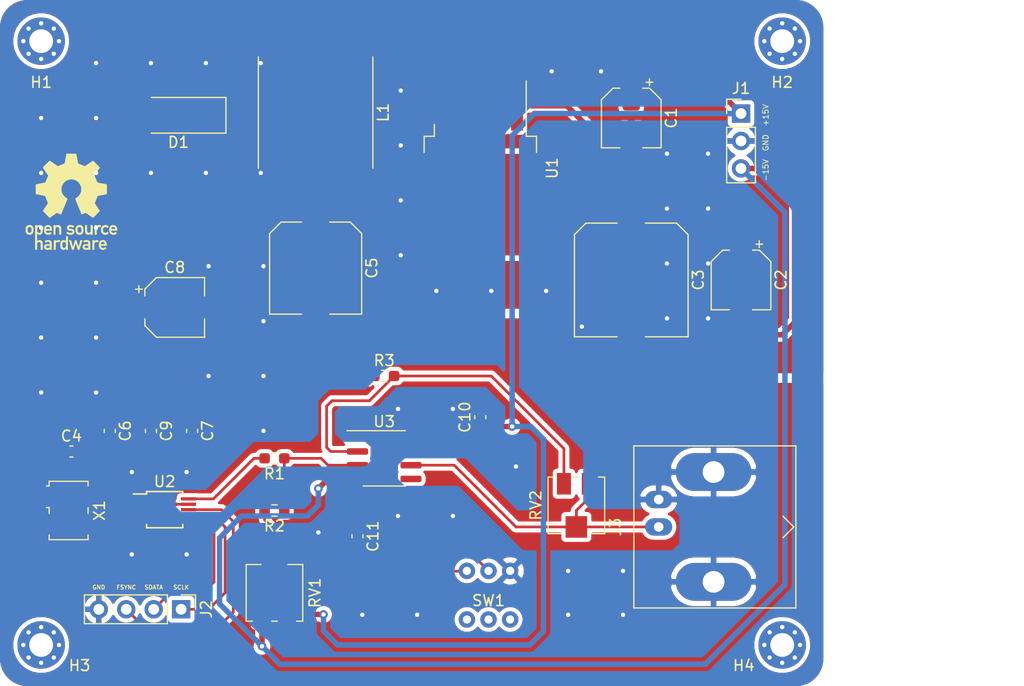
<source format=kicad_pcb>
(kicad_pcb (version 20171130) (host pcbnew 5.1.9)
  (layers (0 F.Cu signal) (31 B.Cu signal) (34 B.Paste user) (35 F.Paste user) (36 B.SilkS user) (37 F.SilkS user) (38 B.Mask user) (39 F.Mask user) (44 Edge.Cuts user))
  (net 0 "")
  (net 1 GND)
  (net 2 +15V)
  (net 3 -15V)
  (net 4 +5V)
  (net 5 "Net-(C6-Pad2)")
  (net 6 "Net-(D1-Pad1)")
  (net 7 /FSYNC)
  (net 8 /SDA)
  (net 9 /SCL)
  (net 10 "Net-(J3-Pad1)")
  (net 11 "Net-(R1-Pad2)")
  (net 12 "Net-(R1-Pad1)")
  (net 13 "Net-(R2-Pad2)")
  (net 14 "Net-(R3-Pad2)")
  (net 15 "Net-(RV1-Pad2)")
  (net 16 "Net-(U2-Pad5)")
  (net 17 +2V5)
  (module custom_lib:OS_Hardware (layer F.Cu) (at 82.804 69.469)
    (fp_text reference G*** hide)
    (fp_text value LOGO hide)
  )
  (module Capacitor_SMD:C_0603_1608Metric_Pad1.08x0.95mm_HandSolder (layer F.Cu) (at 82.804 92.583)
    (fp_text reference C4 (at 0 -1.43) (layer F.SilkS))
    (fp_text value 100nF)
    (pad 2 smd roundrect (at 0.8625 0) (size 1.075 0.95) (layers F.Cu F.Paste F.Mask) (net 17 +2V5))
    (pad 1 smd roundrect (at -0.8625 0) (size 1.075 0.95) (layers F.Cu F.Paste F.Mask) (net 1 GND))
  )
  (module custom_lib:XKB5858-Z (layer F.Cu) (at 121.412 105.882)
    (fp_text reference SW1 (at 0 0.5) (layer F.SilkS))
    (fp_text value Output)
    (pad 6 thru_hole circle (at 2 2.25) (size 1.524 1.524) (drill 0.762) (layers *.Cu *.Mask))
    (pad 5 thru_hole circle (at 0 2.25) (size 1.524 1.524) (drill 0.762) (layers *.Cu *.Mask))
    (pad 4 thru_hole circle (at -2 2.25) (size 1.524 1.524) (drill 0.762) (layers *.Cu *.Mask))
    (pad 3 thru_hole circle (at 2 -2.25) (size 1.524 1.524) (drill 0.762) (layers *.Cu *.Mask) (net 1 GND))
    (pad 2 thru_hole circle (at 0 -2.25) (size 1.524 1.524) (drill 0.762) (layers *.Cu *.Mask) (net 13 "Net-(R2-Pad2)"))
    (pad 1 thru_hole circle (at -2 -2.25) (size 1.524 1.524) (drill 0.762) (layers *.Cu *.Mask) (net 15 "Net-(RV1-Pad2)"))
  )
  (module Inductor_SMD:L_Taiyo-Yuden_NR-10050_9.8x10.0mm_HandSoldering (layer F.Cu) (at 105.41 61.214 270)
    (fp_text reference L1 (at 0 -6.25 90) (layer F.SilkS))
    (fp_text value 33uH)
    (pad 2 smd rect (at 4.7 0 270) (size 4 4.5) (layers F.Cu F.Paste F.Mask) (net 4 +5V))
    (pad 1 smd rect (at -4.7 0 270) (size 4 4.5) (layers F.Cu F.Paste F.Mask) (net 6 "Net-(D1-Pad1)"))
  )
  (module Diode_SMD:D_SMA_Handsoldering (layer F.Cu) (at 92.71 61.468 180)
    (fp_text reference D1 (at 0 -2.5) (layer F.SilkS))
    (fp_text value ES1J)
    (pad 2 smd rect (at 2.5 0 180) (size 3.5 1.8) (layers F.Cu F.Paste F.Mask) (net 1 GND))
    (pad 1 smd rect (at -2.5 0 180) (size 3.5 1.8) (layers F.Cu F.Paste F.Mask) (net 6 "Net-(D1-Pad1)"))
  )
  (module Package_SO:SOIC-8_3.9x4.9mm_P1.27mm (layer F.Cu) (at 111.76 93.218)
    (fp_text reference U3 (at 0 -3.4) (layer F.SilkS))
    (fp_text value OP07)
    (pad 8 smd roundrect (at 2.475 -1.905) (size 1.95 0.6) (layers F.Cu F.Paste F.Mask))
    (pad 7 smd roundrect (at 2.475 -0.635) (size 1.95 0.6) (layers F.Cu F.Paste F.Mask) (net 2 +15V))
    (pad 6 smd roundrect (at 2.475 0.635) (size 1.95 0.6) (layers F.Cu F.Paste F.Mask) (net 10 "Net-(J3-Pad1)"))
    (pad 5 smd roundrect (at 2.475 1.905) (size 1.95 0.6) (layers F.Cu F.Paste F.Mask))
    (pad 4 smd roundrect (at -2.475 1.905) (size 1.95 0.6) (layers F.Cu F.Paste F.Mask) (net 3 -15V))
    (pad 3 smd roundrect (at -2.475 0.635) (size 1.95 0.6) (layers F.Cu F.Paste F.Mask) (net 12 "Net-(R1-Pad1)"))
    (pad 2 smd roundrect (at -2.475 -0.635) (size 1.95 0.6) (layers F.Cu F.Paste F.Mask) (net 14 "Net-(R3-Pad2)"))
    (pad 1 smd roundrect (at -2.475 -1.905) (size 1.95 0.6) (layers F.Cu F.Paste F.Mask))
  )
  (module MountingHole:MountingHole_2.2mm_M2_Pad_Via (layer F.Cu) (at 148.59 110.49)
    (fp_text reference H4 (at -3.556 1.905) (layer F.SilkS))
    (fp_text value MountingHole)
    (pad 1 thru_hole circle (at 1.166726 -1.166726) (size 0.7 0.7) (drill 0.4) (layers *.Cu *.Mask))
    (pad 1 thru_hole circle (at 0 -1.65) (size 0.7 0.7) (drill 0.4) (layers *.Cu *.Mask))
    (pad 1 thru_hole circle (at -1.166726 -1.166726) (size 0.7 0.7) (drill 0.4) (layers *.Cu *.Mask))
    (pad 1 thru_hole circle (at -1.65 0) (size 0.7 0.7) (drill 0.4) (layers *.Cu *.Mask))
    (pad 1 thru_hole circle (at -1.166726 1.166726) (size 0.7 0.7) (drill 0.4) (layers *.Cu *.Mask))
    (pad 1 thru_hole circle (at 0 1.65) (size 0.7 0.7) (drill 0.4) (layers *.Cu *.Mask))
    (pad 1 thru_hole circle (at 1.166726 1.166726) (size 0.7 0.7) (drill 0.4) (layers *.Cu *.Mask))
    (pad 1 thru_hole circle (at 1.65 0) (size 0.7 0.7) (drill 0.4) (layers *.Cu *.Mask))
    (pad 1 thru_hole circle (at 0 0) (size 4.4 4.4) (drill 2.2) (layers *.Cu *.Mask))
  )
  (module MountingHole:MountingHole_2.2mm_M2_Pad_Via (layer F.Cu) (at 80.01 110.49)
    (fp_text reference H3 (at 3.556 1.905) (layer F.SilkS))
    (fp_text value MountingHole)
    (pad 1 thru_hole circle (at 1.166726 -1.166726) (size 0.7 0.7) (drill 0.4) (layers *.Cu *.Mask))
    (pad 1 thru_hole circle (at 0 -1.65) (size 0.7 0.7) (drill 0.4) (layers *.Cu *.Mask))
    (pad 1 thru_hole circle (at -1.166726 -1.166726) (size 0.7 0.7) (drill 0.4) (layers *.Cu *.Mask))
    (pad 1 thru_hole circle (at -1.65 0) (size 0.7 0.7) (drill 0.4) (layers *.Cu *.Mask))
    (pad 1 thru_hole circle (at -1.166726 1.166726) (size 0.7 0.7) (drill 0.4) (layers *.Cu *.Mask))
    (pad 1 thru_hole circle (at 0 1.65) (size 0.7 0.7) (drill 0.4) (layers *.Cu *.Mask))
    (pad 1 thru_hole circle (at 1.166726 1.166726) (size 0.7 0.7) (drill 0.4) (layers *.Cu *.Mask))
    (pad 1 thru_hole circle (at 1.65 0) (size 0.7 0.7) (drill 0.4) (layers *.Cu *.Mask))
    (pad 1 thru_hole circle (at 0 0) (size 4.4 4.4) (drill 2.2) (layers *.Cu *.Mask))
  )
  (module MountingHole:MountingHole_2.2mm_M2_Pad_Via (layer F.Cu) (at 148.59 54.61)
    (fp_text reference H2 (at 0 3.81) (layer F.SilkS))
    (fp_text value MountingHole)
    (pad 1 thru_hole circle (at 1.166726 -1.166726) (size 0.7 0.7) (drill 0.4) (layers *.Cu *.Mask))
    (pad 1 thru_hole circle (at 0 -1.65) (size 0.7 0.7) (drill 0.4) (layers *.Cu *.Mask))
    (pad 1 thru_hole circle (at -1.166726 -1.166726) (size 0.7 0.7) (drill 0.4) (layers *.Cu *.Mask))
    (pad 1 thru_hole circle (at -1.65 0) (size 0.7 0.7) (drill 0.4) (layers *.Cu *.Mask))
    (pad 1 thru_hole circle (at -1.166726 1.166726) (size 0.7 0.7) (drill 0.4) (layers *.Cu *.Mask))
    (pad 1 thru_hole circle (at 0 1.65) (size 0.7 0.7) (drill 0.4) (layers *.Cu *.Mask))
    (pad 1 thru_hole circle (at 1.166726 1.166726) (size 0.7 0.7) (drill 0.4) (layers *.Cu *.Mask))
    (pad 1 thru_hole circle (at 1.65 0) (size 0.7 0.7) (drill 0.4) (layers *.Cu *.Mask))
    (pad 1 thru_hole circle (at 0 0) (size 4.4 4.4) (drill 2.2) (layers *.Cu *.Mask))
  )
  (module MountingHole:MountingHole_2.2mm_M2_Pad_Via (layer F.Cu) (at 80.01 54.61)
    (fp_text reference H1 (at 0 3.81) (layer F.SilkS))
    (fp_text value MountingHole)
    (pad 1 thru_hole circle (at 1.166726 -1.166726) (size 0.7 0.7) (drill 0.4) (layers *.Cu *.Mask))
    (pad 1 thru_hole circle (at 0 -1.65) (size 0.7 0.7) (drill 0.4) (layers *.Cu *.Mask))
    (pad 1 thru_hole circle (at -1.166726 -1.166726) (size 0.7 0.7) (drill 0.4) (layers *.Cu *.Mask))
    (pad 1 thru_hole circle (at -1.65 0) (size 0.7 0.7) (drill 0.4) (layers *.Cu *.Mask))
    (pad 1 thru_hole circle (at -1.166726 1.166726) (size 0.7 0.7) (drill 0.4) (layers *.Cu *.Mask))
    (pad 1 thru_hole circle (at 0 1.65) (size 0.7 0.7) (drill 0.4) (layers *.Cu *.Mask))
    (pad 1 thru_hole circle (at 1.166726 1.166726) (size 0.7 0.7) (drill 0.4) (layers *.Cu *.Mask))
    (pad 1 thru_hole circle (at 1.65 0) (size 0.7 0.7) (drill 0.4) (layers *.Cu *.Mask))
    (pad 1 thru_hole circle (at 0 0) (size 4.4 4.4) (drill 2.2) (layers *.Cu *.Mask))
  )
  (module Capacitor_SMD:C_Elec_10x10.2 (layer F.Cu) (at 134.62 76.708 270)
    (fp_text reference C3 (at 0 -6.2 90) (layer F.SilkS))
    (fp_text value 470uF)
    (pad 2 smd roundrect (at 4.4 0 270) (size 4.6 2.1) (layers F.Cu F.Paste F.Mask) (roundrect_rratio 0.1190471428571429) (net 1 GND))
    (pad 1 smd roundrect (at -4.4 0 270) (size 4.6 2.1) (layers F.Cu F.Paste F.Mask) (roundrect_rratio 0.1190471428571429) (net 2 +15V))
  )
  (module Connector_PinHeader_2.54mm:PinHeader_1x04_P2.54mm_Vertical (layer F.Cu) (at 92.964 107.188 270)
    (fp_text reference J2 (at 0 -2.33 90) (layer F.SilkS))
    (fp_text value Conn_01x03)
    (pad 4 thru_hole oval (at 0 7.62 270) (size 1.7 1.7) (drill 1) (layers *.Cu *.Mask) (net 1 GND))
    (pad 3 thru_hole oval (at 0 5.08 270) (size 1.7 1.7) (drill 1) (layers *.Cu *.Mask) (net 7 /FSYNC))
    (pad 2 thru_hole oval (at 0 2.54 270) (size 1.7 1.7) (drill 1) (layers *.Cu *.Mask) (net 8 /SDA))
    (pad 1 thru_hole rect (at 0 0 270) (size 1.7 1.7) (drill 1) (layers *.Cu *.Mask) (net 9 /SCL))
  )
  (module Capacitor_SMD:CP_Elec_5x5.4 (layer F.Cu) (at 92.37 79.248)
    (fp_text reference C8 (at 0 -3.7) (layer F.SilkS))
    (fp_text value 10uF)
    (pad 2 smd roundrect (at 2.2 0) (size 3 1.6) (layers F.Cu F.Paste F.Mask) (roundrect_rratio 0.15625) (net 1 GND))
    (pad 1 smd roundrect (at -2.2 0) (size 3 1.6) (layers F.Cu F.Paste F.Mask) (roundrect_rratio 0.15625) (net 4 +5V))
  )
  (module Capacitor_SMD:CP_Elec_5x5.4 (layer F.Cu) (at 144.78 76.708 270)
    (fp_text reference C2 (at 0 -3.7 90) (layer F.SilkS))
    (fp_text value 10uF)
    (pad 2 smd roundrect (at 2.2 0 270) (size 3 1.6) (layers F.Cu F.Paste F.Mask) (roundrect_rratio 0.15625) (net 3 -15V))
    (pad 1 smd roundrect (at -2.2 0 270) (size 3 1.6) (layers F.Cu F.Paste F.Mask) (roundrect_rratio 0.15625) (net 1 GND))
  )
  (module Capacitor_SMD:CP_Elec_5x5.4 (layer F.Cu) (at 134.62 61.722 270)
    (fp_text reference C1 (at 0 -3.7 90) (layer F.SilkS))
    (fp_text value 10uF)
    (pad 2 smd roundrect (at 2.2 0 270) (size 3 1.6) (layers F.Cu F.Paste F.Mask) (roundrect_rratio 0.15625) (net 1 GND))
    (pad 1 smd roundrect (at -2.2 0 270) (size 3 1.6) (layers F.Cu F.Paste F.Mask) (roundrect_rratio 0.15625) (net 2 +15V))
  )
  (module Oscillator:Oscillator_SMD_SeikoEpson_SG8002LB-4Pin_5.0x3.2mm (layer F.Cu) (at 82.55 98.044 270)
    (fp_text reference X1 (at 0 -2.85 90) (layer F.SilkS))
    (fp_text value SG-5032CAN)
    (pad 4 smd rect (at -1.27 -1.1 270) (size 1.6 1.5) (layers F.Cu F.Paste F.Mask) (net 17 +2V5))
    (pad 3 smd rect (at 1.27 -1.1 270) (size 1.6 1.5) (layers F.Cu F.Paste F.Mask) (net 16 "Net-(U2-Pad5)"))
    (pad 2 smd rect (at 1.27 1.1 270) (size 1.6 1.5) (layers F.Cu F.Paste F.Mask) (net 1 GND))
    (pad 1 smd rect (at -1.27 1.1 270) (size 1.6 1.5) (layers F.Cu F.Paste F.Mask))
  )
  (module Capacitor_SMD:C_Elec_8x10.2 (layer F.Cu) (at 105.41 75.609 270)
    (fp_text reference C5 (at 0 -5.2 90) (layer F.SilkS))
    (fp_text value 220uF)
    (pad 2 smd roundrect (at 3.6 0 270) (size 4.5 2.1) (layers F.Cu F.Paste F.Mask) (roundrect_rratio 0.1190471428571429) (net 1 GND))
    (pad 1 smd roundrect (at -3.6 0 270) (size 4.5 2.1) (layers F.Cu F.Paste F.Mask) (roundrect_rratio 0.1190471428571429) (net 4 +5V))
  )
  (module Potentiometer_SMD:Potentiometer_Vishay_TS53YJ_Vertical (layer F.Cu) (at 129.54 97.568 90)
    (fp_text reference RV2 (at 0 -3.75 90) (layer F.SilkS))
    (fp_text value 100K)
    (pad 3 smd rect (at 2 1.15 90) (size 2 1.3) (layers F.Cu F.Paste F.Mask) (net 10 "Net-(J3-Pad1)"))
    (pad 2 smd rect (at -2 0 90) (size 2 2) (layers F.Cu F.Paste F.Mask) (net 10 "Net-(J3-Pad1)"))
    (pad 1 smd rect (at 2 -1.15 90) (size 2 1.3) (layers F.Cu F.Paste F.Mask) (net 14 "Net-(R3-Pad2)"))
  )
  (module Potentiometer_SMD:Potentiometer_Vishay_TS53YJ_Vertical (layer F.Cu) (at 101.6 105.664 270)
    (fp_text reference RV1 (at 0 -3.75 90) (layer F.SilkS))
    (fp_text value 10K)
    (pad 3 smd rect (at 2 1.15 270) (size 2 1.3) (layers F.Cu F.Paste F.Mask) (net 3 -15V))
    (pad 2 smd rect (at -2 0 270) (size 2 2) (layers F.Cu F.Paste F.Mask) (net 15 "Net-(RV1-Pad2)"))
    (pad 1 smd rect (at 2 -1.15 270) (size 2 1.3) (layers F.Cu F.Paste F.Mask) (net 2 +15V))
  )
  (module Package_SO:MSOP-10_3x3mm_P0.5mm (layer F.Cu) (at 91.44 97.968)
    (fp_text reference U2 (at 0 -2.6) (layer F.SilkS))
    (fp_text value AD9833xRM)
    (pad 10 smd rect (at 2.2 -1) (size 1.4 0.3) (layers F.Cu F.Paste F.Mask) (net 11 "Net-(R1-Pad2)"))
    (pad 9 smd rect (at 2.2 -0.5) (size 1.4 0.3) (layers F.Cu F.Paste F.Mask) (net 1 GND))
    (pad 8 smd rect (at 2.2 0) (size 1.4 0.3) (layers F.Cu F.Paste F.Mask) (net 7 /FSYNC))
    (pad 7 smd rect (at 2.2 0.5) (size 1.4 0.3) (layers F.Cu F.Paste F.Mask) (net 9 /SCL))
    (pad 6 smd rect (at 2.2 1) (size 1.4 0.3) (layers F.Cu F.Paste F.Mask) (net 8 /SDA))
    (pad 5 smd rect (at -2.2 1) (size 1.4 0.3) (layers F.Cu F.Paste F.Mask) (net 16 "Net-(U2-Pad5)"))
    (pad 4 smd rect (at -2.2 0.5) (size 1.4 0.3) (layers F.Cu F.Paste F.Mask) (net 1 GND))
    (pad 3 smd rect (at -2.2 0) (size 1.4 0.3) (layers F.Cu F.Paste F.Mask) (net 17 +2V5))
    (pad 2 smd rect (at -2.2 -0.5) (size 1.4 0.3) (layers F.Cu F.Paste F.Mask) (net 4 +5V))
    (pad 1 smd rect (at -2.2 -1) (size 1.4 0.3) (layers F.Cu F.Paste F.Mask) (net 5 "Net-(C6-Pad2)"))
  )
  (module Package_TO_SOT_SMD:TO-263-5_TabPin3 (layer F.Cu) (at 120.65 66.363 270)
    (fp_text reference U1 (at 0 -6.65 90) (layer F.SilkS))
    (fp_text value LM2596S-5)
    (pad 3 smd rect (at 3.375 0 270) (size 9.4 10.8) (layers F.Cu F.Mask) (net 1 GND))
    (pad 5 smd rect (at -5.775 3.4 270) (size 4.6 1.1) (layers F.Cu F.Paste F.Mask) (net 1 GND))
    (pad 4 smd rect (at -5.775 1.7 270) (size 4.6 1.1) (layers F.Cu F.Paste F.Mask) (net 4 +5V))
    (pad 3 smd rect (at -5.775 0 270) (size 4.6 1.1) (layers F.Cu F.Paste F.Mask) (net 1 GND))
    (pad 2 smd rect (at -5.775 -1.7 270) (size 4.6 1.1) (layers F.Cu F.Paste F.Mask) (net 6 "Net-(D1-Pad1)"))
    (pad 1 smd rect (at -5.775 -3.4 270) (size 4.6 1.1) (layers F.Cu F.Paste F.Mask) (net 2 +15V))
  )
  (module Resistor_SMD:R_0603_1608Metric_Pad0.98x0.95mm_HandSolder (layer F.Cu) (at 111.76 85.598)
    (fp_text reference R3 (at 0 -1.43) (layer F.SilkS))
    (fp_text value 1K3)
    (pad 2 smd roundrect (at 0.9125 0) (size 0.975 0.95) (layers F.Cu F.Paste F.Mask) (net 14 "Net-(R3-Pad2)"))
    (pad 1 smd roundrect (at -0.9125 0) (size 0.975 0.95) (layers F.Cu F.Paste F.Mask) (net 1 GND))
  )
  (module Resistor_SMD:R_0603_1608Metric_Pad0.98x0.95mm_HandSolder (layer F.Cu) (at 101.6 98.044 180)
    (fp_text reference R2 (at 0 -1.43) (layer F.SilkS))
    (fp_text value 1K3)
    (pad 2 smd roundrect (at 0.9125 0 180) (size 0.975 0.95) (layers F.Cu F.Paste F.Mask) (net 13 "Net-(R2-Pad2)"))
    (pad 1 smd roundrect (at -0.9125 0 180) (size 0.975 0.95) (layers F.Cu F.Paste F.Mask) (net 12 "Net-(R1-Pad1)"))
  )
  (module Resistor_SMD:R_0603_1608Metric_Pad0.98x0.95mm_HandSolder (layer F.Cu) (at 101.6 93.218 180)
    (fp_text reference R1 (at 0 -1.43) (layer F.SilkS))
    (fp_text value 1K3)
    (pad 2 smd roundrect (at 0.9125 0 180) (size 0.975 0.95) (layers F.Cu F.Paste F.Mask) (net 11 "Net-(R1-Pad2)"))
    (pad 1 smd roundrect (at -0.9125 0 180) (size 0.975 0.95) (layers F.Cu F.Paste F.Mask) (net 12 "Net-(R1-Pad1)"))
  )
  (module Connector_Coaxial:BNC_Amphenol_B6252HB-NPP3G-50_Horizontal (layer F.Cu) (at 137.16 99.568 270)
    (fp_text reference J3 (at 0 4 90) (layer F.SilkS))
    (fp_text value Conn_Coaxial)
    (pad 2 thru_hole oval (at -2.54 0 270) (size 1.6 2.5) (drill 0.89) (layers *.Cu *.Mask) (net 1 GND))
    (pad 1 thru_hole oval (at 0 0 270) (size 1.6 2.5) (drill 0.89) (layers *.Cu *.Mask) (net 10 "Net-(J3-Pad1)"))
    (pad 2 thru_hole oval (at 5.08 -5.08 270) (size 3.5 7) (drill 2.01) (layers *.Cu *.Mask) (net 1 GND))
    (pad 2 thru_hole oval (at -5.08 -5.08 270) (size 3.5 7) (drill 2.01) (layers *.Cu *.Mask) (net 1 GND))
  )
  (module Connector_PinHeader_2.54mm:PinHeader_1x03_P2.54mm_Vertical (layer F.Cu) (at 144.78 61.308)
    (fp_text reference J1 (at 0 -2.33) (layer F.SilkS))
    (fp_text value Conn_01x03)
    (pad 3 thru_hole oval (at 0 5.08) (size 1.7 1.7) (drill 1) (layers *.Cu *.Mask) (net 3 -15V))
    (pad 2 thru_hole oval (at 0 2.54) (size 1.7 1.7) (drill 1) (layers *.Cu *.Mask) (net 1 GND))
    (pad 1 thru_hole rect (at 0 0) (size 1.7 1.7) (drill 1) (layers *.Cu *.Mask) (net 2 +15V))
  )
  (module Capacitor_SMD:C_0603_1608Metric_Pad1.08x0.95mm_HandSolder (layer F.Cu) (at 109.285 100.4305 270)
    (fp_text reference C11 (at 0 -1.43 90) (layer F.SilkS))
    (fp_text value 100nF)
    (pad 2 smd roundrect (at 0.8625 0 270) (size 1.075 0.95) (layers F.Cu F.Paste F.Mask) (net 1 GND))
    (pad 1 smd roundrect (at -0.8625 0 270) (size 1.075 0.95) (layers F.Cu F.Paste F.Mask) (net 3 -15V))
  )
  (module Capacitor_SMD:C_0603_1608Metric_Pad1.08x0.95mm_HandSolder (layer F.Cu) (at 120.65 89.408 90)
    (fp_text reference C10 (at 0 -1.43 90) (layer F.SilkS))
    (fp_text value 100nF)
    (pad 2 smd roundrect (at 0.8625 0 90) (size 1.075 0.95) (layers F.Cu F.Paste F.Mask) (net 1 GND))
    (pad 1 smd roundrect (at -0.8625 0 90) (size 1.075 0.95) (layers F.Cu F.Paste F.Mask) (net 2 +15V))
  )
  (module Capacitor_SMD:C_0603_1608Metric_Pad1.08x0.95mm_HandSolder (layer F.Cu) (at 90.17 90.678 270)
    (fp_text reference C9 (at 0 -1.43 90) (layer F.SilkS))
    (fp_text value 100nF)
    (pad 2 smd roundrect (at 0.8625 0 270) (size 1.075 0.95) (layers F.Cu F.Paste F.Mask) (net 1 GND))
    (pad 1 smd roundrect (at -0.8625 0 270) (size 1.075 0.95) (layers F.Cu F.Paste F.Mask) (net 4 +5V))
  )
  (module Capacitor_SMD:C_0603_1608Metric_Pad1.08x0.95mm_HandSolder (layer F.Cu) (at 93.98 90.678 270)
    (fp_text reference C7 (at 0 -1.43 90) (layer F.SilkS))
    (fp_text value 100nF)
    (pad 2 smd roundrect (at 0.8625 0 270) (size 1.075 0.95) (layers F.Cu F.Paste F.Mask) (net 1 GND))
    (pad 1 smd roundrect (at -0.8625 0 270) (size 1.075 0.95) (layers F.Cu F.Paste F.Mask) (net 4 +5V))
  )
  (module Capacitor_SMD:C_0603_1608Metric_Pad1.08x0.95mm_HandSolder (layer F.Cu) (at 86.36 90.678 270)
    (fp_text reference C6 (at 0 -1.43 90) (layer F.SilkS))
    (fp_text value 10nF)
    (pad 2 smd roundrect (at 0.8625 0 270) (size 1.075 0.95) (layers F.Cu F.Paste F.Mask) (net 5 "Net-(C6-Pad2)"))
    (pad 1 smd roundrect (at -0.8625 0 270) (size 1.075 0.95) (layers F.Cu F.Paste F.Mask) (net 4 +5V))
  )
  (gr_text SCLK (at 92.964 105.156) (layer F.SilkS) (effects (font (size 0.381 0.381) (thickness 0.0762))))
  (gr_text SDATA (at 90.424 105.156) (layer F.SilkS) (effects (font (size 0.381 0.381) (thickness 0.0762))))
  (gr_text FSYNC (at 87.884 105.156) (layer F.SilkS) (effects (font (size 0.381 0.381) (thickness 0.0762))))
  (gr_text GND (at 85.344 105.156) (layer F.SilkS) (effects (font (size 0.381 0.381) (thickness 0.0762))))
  (gr_text -15V (at 147.066 66.548 90) (layer F.SilkS) (effects (font (size 0.508 0.508) (thickness 0.0762))))
  (gr_text GND (at 147.066 64.008 90) (layer F.SilkS) (effects (font (size 0.508 0.508) (thickness 0.0762))))
  (gr_text +15V (at 147.066 61.468 90) (layer F.SilkS) (effects (font (size 0.508 0.508) (thickness 0.0762))))
  (segment (start 92.016 97.468) (end 93.64 97.468) (width 0.25) (layer F.Cu) (net 1))
  (segment (start 91.016 98.468) (end 92.016 97.468) (width 0.25) (layer F.Cu) (net 1))
  (segment (start 89.24 98.468) (end 91.016 98.468) (width 0.25) (layer F.Cu) (net 1))
  (via (at 80.01 66.802) (size 0.8) (drill 0.4) (layers F.Cu B.Cu) (net 1))
  (via (at 80.01 71.882) (size 0.8) (drill 0.4) (layers F.Cu B.Cu) (net 1))
  (via (at 85.09 71.882) (size 0.8) (drill 0.4) (layers F.Cu B.Cu) (net 1))
  (via (at 80.01 76.962) (size 0.8) (drill 0.4) (layers F.Cu B.Cu) (net 1))
  (via (at 85.09 76.962) (size 0.8) (drill 0.4) (layers F.Cu B.Cu) (net 1))
  (via (at 80.01 82.042) (size 0.8) (drill 0.4) (layers F.Cu B.Cu) (net 1))
  (via (at 85.09 82.042) (size 0.8) (drill 0.4) (layers F.Cu B.Cu) (net 1))
  (via (at 80.01 87.122) (size 0.8) (drill 0.4) (layers F.Cu B.Cu) (net 1))
  (via (at 85.09 87.122) (size 0.8) (drill 0.4) (layers F.Cu B.Cu) (net 1))
  (via (at 95.504 85.598) (size 0.8) (drill 0.4) (layers F.Cu B.Cu) (net 1))
  (via (at 100.584 85.598) (size 0.8) (drill 0.4) (layers F.Cu B.Cu) (net 1))
  (via (at 100.584 80.518) (size 0.8) (drill 0.4) (layers F.Cu B.Cu) (net 1))
  (via (at 85.09 66.802) (size 0.8) (drill 0.4) (layers F.Cu B.Cu) (net 1))
  (via (at 90.17 66.802) (size 0.8) (drill 0.4) (layers F.Cu B.Cu) (net 1))
  (via (at 95.25 66.802) (size 0.8) (drill 0.4) (layers F.Cu B.Cu) (net 1))
  (via (at 100.33 66.802) (size 0.8) (drill 0.4) (layers F.Cu B.Cu) (net 1))
  (via (at 100.584 75.438) (size 0.8) (drill 0.4) (layers F.Cu B.Cu) (net 1))
  (via (at 128.778 103.632) (size 0.8) (drill 0.4) (layers F.Cu B.Cu) (net 1))
  (via (at 133.858 103.632) (size 0.8) (drill 0.4) (layers F.Cu B.Cu) (net 1))
  (via (at 128.778 107.696) (size 0.8) (drill 0.4) (layers F.Cu B.Cu) (net 1))
  (via (at 133.858 107.696) (size 0.8) (drill 0.4) (layers F.Cu B.Cu) (net 1))
  (via (at 109.728 107.696) (size 0.8) (drill 0.4) (layers F.Cu B.Cu) (net 1))
  (via (at 114.808 107.696) (size 0.8) (drill 0.4) (layers F.Cu B.Cu) (net 1))
  (via (at 80.01 61.722) (size 0.8) (drill 0.4) (layers F.Cu B.Cu) (net 1))
  (via (at 85.09 61.722) (size 0.8) (drill 0.4) (layers F.Cu B.Cu) (net 1))
  (via (at 90.17 56.642) (size 0.8) (drill 0.4) (layers F.Cu B.Cu) (net 1))
  (via (at 95.25 56.642) (size 0.8) (drill 0.4) (layers F.Cu B.Cu) (net 1))
  (via (at 100.33 56.642) (size 0.8) (drill 0.4) (layers F.Cu B.Cu) (net 1))
  (via (at 85.09 56.642) (size 0.8) (drill 0.4) (layers F.Cu B.Cu) (net 1))
  (via (at 88.392 102.108) (size 0.8) (drill 0.4) (layers F.Cu B.Cu) (net 1))
  (via (at 93.472 102.108) (size 0.8) (drill 0.4) (layers F.Cu B.Cu) (net 1))
  (via (at 113.03 88.646) (size 0.8) (drill 0.4) (layers F.Cu B.Cu) (net 1))
  (via (at 118.11 88.646) (size 0.8) (drill 0.4) (layers F.Cu B.Cu) (net 1))
  (via (at 118.11 98.552) (size 0.8) (drill 0.4) (layers F.Cu B.Cu) (net 1))
  (via (at 113.03 98.552) (size 0.8) (drill 0.4) (layers F.Cu B.Cu) (net 1))
  (via (at 123.952 93.98) (size 0.8) (drill 0.4) (layers F.Cu B.Cu) (net 1))
  (via (at 105.664 100.076) (size 0.8) (drill 0.4) (layers F.Cu B.Cu) (net 1))
  (via (at 88.392 94.488) (size 0.8) (drill 0.4) (layers F.Cu B.Cu) (net 1))
  (via (at 93.472 94.488) (size 0.8) (drill 0.4) (layers F.Cu B.Cu) (net 1))
  (via (at 113.284 64.262) (size 0.8) (drill 0.4) (layers F.Cu B.Cu) (net 1))
  (via (at 113.284 74.422) (size 0.8) (drill 0.4) (layers F.Cu B.Cu) (net 1))
  (via (at 113.284 59.182) (size 0.8) (drill 0.4) (layers F.Cu B.Cu) (net 1))
  (via (at 113.284 69.342) (size 0.8) (drill 0.4) (layers F.Cu B.Cu) (net 1))
  (via (at 116.586 77.724) (size 0.8) (drill 0.4) (layers F.Cu B.Cu) (net 1))
  (via (at 121.666 77.724) (size 0.8) (drill 0.4) (layers F.Cu B.Cu) (net 1))
  (via (at 95.504 75.438) (size 0.8) (drill 0.4) (layers F.Cu B.Cu) (net 1))
  (via (at 100.584 90.678) (size 0.8) (drill 0.4) (layers F.Cu B.Cu) (net 1))
  (via (at 137.922 75.184) (size 0.8) (drill 0.4) (layers F.Cu B.Cu) (net 1))
  (via (at 137.922 65.024) (size 0.8) (drill 0.4) (layers F.Cu B.Cu) (net 1))
  (via (at 137.922 80.264) (size 0.8) (drill 0.4) (layers F.Cu B.Cu) (net 1))
  (via (at 137.922 70.104) (size 0.8) (drill 0.4) (layers F.Cu B.Cu) (net 1))
  (via (at 141.732 75.184) (size 0.8) (drill 0.4) (layers F.Cu B.Cu) (net 1))
  (via (at 141.732 70.104) (size 0.8) (drill 0.4) (layers F.Cu B.Cu) (net 1))
  (via (at 141.732 80.264) (size 0.8) (drill 0.4) (layers F.Cu B.Cu) (net 1))
  (via (at 141.732 65.024) (size 0.8) (drill 0.4) (layers F.Cu B.Cu) (net 1))
  (via (at 126.746 77.724) (size 0.8) (drill 0.4) (layers F.Cu B.Cu) (net 1))
  (via (at 130.048 81.026) (size 0.8) (drill 0.4) (layers F.Cu B.Cu) (net 1))
  (via (at 127.254 57.404) (size 0.8) (drill 0.4) (layers F.Cu B.Cu) (net 1))
  (via (at 131.826 57.404) (size 0.8) (drill 0.4) (layers F.Cu B.Cu) (net 1))
  (segment (start 102.75 107.664) (end 106.14 107.664) (width 0.508) (layer F.Cu) (net 2))
  (segment (start 106.14 107.664) (end 106.14 107.664) (width 0.508) (layer F.Cu) (net 2))
  (via (at 106.14 107.664) (size 0.8) (drill 0.4) (layers F.Cu B.Cu) (net 2))
  (segment (start 123.5975 90.2705) (end 120.65 90.2705) (width 0.508) (layer F.Cu) (net 2))
  (via (at 123.5975 90.2705) (size 0.8) (drill 0.4) (layers F.Cu B.Cu) (net 2))
  (segment (start 142.994 59.522) (end 144.78 61.308) (width 0.508) (layer F.Cu) (net 2))
  (segment (start 134.62 59.522) (end 142.994 59.522) (width 0.508) (layer F.Cu) (net 2))
  (segment (start 124.05 60.588) (end 124.05 55.782) (width 0.508) (layer F.Cu) (net 2))
  (segment (start 124.05 55.782) (end 125.984 53.848) (width 0.508) (layer F.Cu) (net 2))
  (segment (start 125.984 53.848) (end 133.096 53.848) (width 0.508) (layer F.Cu) (net 2))
  (segment (start 134.62 55.372) (end 134.62 59.522) (width 0.508) (layer F.Cu) (net 2))
  (segment (start 133.096 53.848) (end 134.62 55.372) (width 0.508) (layer F.Cu) (net 2))
  (segment (start 118.3375 92.583) (end 120.65 90.2705) (width 0.508) (layer F.Cu) (net 2))
  (segment (start 132.252 72.308) (end 134.62 72.308) (width 0.508) (layer F.Cu) (net 2))
  (segment (start 130.556 70.612) (end 132.252 72.308) (width 0.508) (layer F.Cu) (net 2))
  (segment (start 130.556 62.484) (end 130.556 70.612) (width 0.508) (layer F.Cu) (net 2))
  (segment (start 128.66 60.588) (end 130.556 62.484) (width 0.508) (layer F.Cu) (net 2))
  (segment (start 124.05 60.588) (end 128.66 60.588) (width 0.508) (layer F.Cu) (net 2))
  (segment (start 114.235 92.583) (end 118.3375 92.583) (width 0.508) (layer F.Cu) (net 2))
  (segment (start 123.5975 90.2705) (end 123.5975 63.3465) (width 0.508) (layer B.Cu) (net 2))
  (segment (start 125.636 61.308) (end 144.78 61.308) (width 0.508) (layer B.Cu) (net 2))
  (segment (start 123.5975 63.3465) (end 125.636 61.308) (width 0.508) (layer B.Cu) (net 2))
  (segment (start 125.3225 90.2705) (end 123.5975 90.2705) (width 0.508) (layer B.Cu) (net 2))
  (segment (start 126.492 91.44) (end 125.3225 90.2705) (width 0.508) (layer B.Cu) (net 2))
  (segment (start 126.492 109.22) (end 126.492 103.632) (width 0.508) (layer B.Cu) (net 2))
  (segment (start 125.222 110.49) (end 126.492 109.22) (width 0.508) (layer B.Cu) (net 2))
  (segment (start 107.442 110.49) (end 125.222 110.49) (width 0.508) (layer B.Cu) (net 2))
  (segment (start 106.14 109.188) (end 107.442 110.49) (width 0.508) (layer B.Cu) (net 2))
  (segment (start 106.14 107.664) (end 106.14 109.188) (width 0.508) (layer B.Cu) (net 2))
  (segment (start 126.492 103.632) (end 126.492 91.44) (width 0.508) (layer B.Cu) (net 2))
  (segment (start 144.78 66.388) (end 148.43 66.388) (width 0.508) (layer F.Cu) (net 3))
  (segment (start 148.43 66.388) (end 149.86 67.818) (width 0.508) (layer F.Cu) (net 3))
  (segment (start 149.86 67.818) (end 149.86 80.518) (width 0.508) (layer F.Cu) (net 3))
  (segment (start 149.86 80.518) (end 148.59 81.788) (width 0.508) (layer F.Cu) (net 3))
  (segment (start 148.59 81.788) (end 146.05 81.788) (width 0.508) (layer F.Cu) (net 3))
  (segment (start 144.78 80.518) (end 144.78 78.508) (width 0.508) (layer F.Cu) (net 3))
  (segment (start 146.05 81.788) (end 144.78 80.518) (width 0.508) (layer F.Cu) (net 3))
  (segment (start 106.553 95.123) (end 105.664 96.012) (width 0.508) (layer F.Cu) (net 3))
  (segment (start 105.664 96.012) (end 105.664 96.012) (width 0.508) (layer F.Cu) (net 3))
  (via (at 105.664 96.012) (size 0.8) (drill 0.4) (layers F.Cu B.Cu) (net 3))
  (segment (start 100.45 107.664) (end 100.45 110.61) (width 0.508) (layer F.Cu) (net 3))
  (segment (start 100.45 110.61) (end 100.45 110.61) (width 0.508) (layer F.Cu) (net 3))
  (via (at 100.45 110.61) (size 0.8) (drill 0.4) (layers F.Cu B.Cu) (net 3))
  (segment (start 96.52 106.68) (end 100.45 110.61) (width 0.508) (layer B.Cu) (net 3))
  (segment (start 96.52 100.584) (end 96.52 106.68) (width 0.508) (layer B.Cu) (net 3))
  (segment (start 104.648 98.552) (end 98.552 98.552) (width 0.508) (layer B.Cu) (net 3))
  (segment (start 98.552 98.552) (end 96.52 100.584) (width 0.508) (layer B.Cu) (net 3))
  (segment (start 105.664 97.536) (end 104.648 98.552) (width 0.508) (layer B.Cu) (net 3))
  (segment (start 105.664 96.012) (end 105.664 97.536) (width 0.508) (layer B.Cu) (net 3))
  (segment (start 106.553 95.123) (end 109.285 95.123) (width 0.508) (layer F.Cu) (net 3))
  (segment (start 109.285 95.123) (end 109.285 99.568) (width 0.508) (layer F.Cu) (net 3))
  (segment (start 100.45 110.61) (end 102.108 112.268) (width 0.508) (layer B.Cu) (net 3))
  (segment (start 102.108 112.268) (end 141.478 112.268) (width 0.508) (layer B.Cu) (net 3))
  (segment (start 141.478 112.268) (end 148.844 104.902) (width 0.508) (layer B.Cu) (net 3))
  (segment (start 148.844 70.452) (end 144.78 66.388) (width 0.508) (layer B.Cu) (net 3))
  (segment (start 148.844 104.902) (end 148.844 70.452) (width 0.508) (layer B.Cu) (net 3))
  (segment (start 86.36 89.8155) (end 90.17 89.8155) (width 0.508) (layer F.Cu) (net 4))
  (segment (start 93.98 89.8155) (end 90.17 89.8155) (width 0.508) (layer F.Cu) (net 4))
  (segment (start 90.17 79.248) (end 90.17 89.8155) (width 0.508) (layer F.Cu) (net 4))
  (segment (start 90.17 79.248) (end 90.17 73.66) (width 0.508) (layer F.Cu) (net 4))
  (segment (start 91.821 72.009) (end 105.41 72.009) (width 0.508) (layer F.Cu) (net 4))
  (segment (start 90.17 73.66) (end 91.821 72.009) (width 0.508) (layer F.Cu) (net 4))
  (segment (start 105.41 65.914) (end 105.41 72.009) (width 0.508) (layer F.Cu) (net 4))
  (segment (start 105.41 65.914) (end 105.41 62.738) (width 0.508) (layer F.Cu) (net 4))
  (segment (start 105.41 62.738) (end 113.03 55.118) (width 0.508) (layer F.Cu) (net 4))
  (segment (start 113.03 55.118) (end 117.348 55.118) (width 0.508) (layer F.Cu) (net 4))
  (segment (start 118.95 56.72) (end 118.95 60.588) (width 0.508) (layer F.Cu) (net 4))
  (segment (start 117.348 55.118) (end 118.95 56.72) (width 0.508) (layer F.Cu) (net 4))
  (segment (start 86.36 89.8155) (end 85.4445 89.8155) (width 0.25) (layer F.Cu) (net 4))
  (segment (start 85.4445 89.8155) (end 85.09 90.17) (width 0.25) (layer F.Cu) (net 4))
  (segment (start 87.4436 97.468) (end 89.24 97.468) (width 0.25) (layer F.Cu) (net 4))
  (segment (start 85.09 95.1144) (end 87.4436 97.468) (width 0.25) (layer F.Cu) (net 4))
  (segment (start 85.09 90.17) (end 85.09 95.1144) (width 0.25) (layer F.Cu) (net 4))
  (segment (start 86.36 91.5405) (end 86.36 95.74799) (width 0.25) (layer F.Cu) (net 5))
  (segment (start 87.58001 96.968) (end 89.24 96.968) (width 0.25) (layer F.Cu) (net 5))
  (segment (start 86.36 95.74799) (end 87.58001 96.968) (width 0.25) (layer F.Cu) (net 5))
  (segment (start 122.35 55.548) (end 122.35 60.588) (width 0.508) (layer F.Cu) (net 6))
  (segment (start 105.41 56.514) (end 105.41 53.594) (width 0.508) (layer F.Cu) (net 6))
  (segment (start 105.41 53.594) (end 106.68 52.324) (width 0.508) (layer F.Cu) (net 6))
  (segment (start 106.68 52.324) (end 120.904 52.324) (width 0.508) (layer F.Cu) (net 6))
  (segment (start 122.35 53.77) (end 122.35 55.548) (width 0.508) (layer F.Cu) (net 6))
  (segment (start 120.904 52.324) (end 122.35 53.77) (width 0.508) (layer F.Cu) (net 6))
  (segment (start 95.21 61.468) (end 103.378 61.468) (width 0.508) (layer F.Cu) (net 6))
  (segment (start 105.41 59.436) (end 105.41 56.514) (width 0.508) (layer F.Cu) (net 6))
  (segment (start 103.378 61.468) (end 105.41 59.436) (width 0.508) (layer F.Cu) (net 6))
  (segment (start 96.698 97.968) (end 93.64 97.968) (width 0.25) (layer F.Cu) (net 7))
  (segment (start 97.79 99.06) (end 96.698 97.968) (width 0.25) (layer F.Cu) (net 7))
  (segment (start 97.79 107.442) (end 97.79 99.06) (width 0.25) (layer F.Cu) (net 7))
  (segment (start 96.266 108.966) (end 97.79 107.442) (width 0.25) (layer F.Cu) (net 7))
  (segment (start 89.662 108.966) (end 96.266 108.966) (width 0.25) (layer F.Cu) (net 7))
  (segment (start 87.884 107.188) (end 89.662 108.966) (width 0.25) (layer F.Cu) (net 7))
  (segment (start 96.012 99.568) (end 95.412 98.968) (width 0.25) (layer F.Cu) (net 8))
  (segment (start 95.25 105.41) (end 96.012 104.648) (width 0.25) (layer F.Cu) (net 8))
  (segment (start 96.012 104.648) (end 96.012 99.568) (width 0.25) (layer F.Cu) (net 8))
  (segment (start 92.202 105.41) (end 95.25 105.41) (width 0.25) (layer F.Cu) (net 8))
  (segment (start 95.412 98.968) (end 93.64 98.968) (width 0.25) (layer F.Cu) (net 8))
  (segment (start 90.424 107.188) (end 92.202 105.41) (width 0.25) (layer F.Cu) (net 8))
  (segment (start 95.928 98.468) (end 93.64 98.468) (width 0.25) (layer F.Cu) (net 9))
  (segment (start 97.028 99.568) (end 95.928 98.468) (width 0.25) (layer F.Cu) (net 9))
  (segment (start 95.504 107.188) (end 97.028 105.664) (width 0.25) (layer F.Cu) (net 9))
  (segment (start 97.028 105.664) (end 97.028 99.568) (width 0.25) (layer F.Cu) (net 9))
  (segment (start 92.964 107.188) (end 95.504 107.188) (width 0.25) (layer F.Cu) (net 9))
  (segment (start 114.235 93.853) (end 118.237 93.853) (width 0.25) (layer F.Cu) (net 10))
  (segment (start 123.952 99.568) (end 129.54 99.568) (width 0.25) (layer F.Cu) (net 10))
  (segment (start 118.237 93.853) (end 123.952 99.568) (width 0.25) (layer F.Cu) (net 10))
  (segment (start 129.54 99.568) (end 137.16 99.568) (width 0.25) (layer F.Cu) (net 10))
  (segment (start 129.54 98.044) (end 129.54 99.568) (width 0.25) (layer F.Cu) (net 10))
  (segment (start 130.69 96.894) (end 129.54 98.044) (width 0.25) (layer F.Cu) (net 10))
  (segment (start 130.69 95.568) (end 130.69 96.894) (width 0.25) (layer F.Cu) (net 10))
  (segment (start 100.6875 93.218) (end 100.838 93.218) (width 0.254) (layer F.Cu) (net 11))
  (segment (start 93.64 96.968) (end 95.952 96.968) (width 0.25) (layer F.Cu) (net 11))
  (segment (start 99.702 93.218) (end 100.6875 93.218) (width 0.25) (layer F.Cu) (net 11))
  (segment (start 95.952 96.968) (end 99.702 93.218) (width 0.25) (layer F.Cu) (net 11))
  (segment (start 102.5125 93.218) (end 102.5125 98.044) (width 0.25) (layer F.Cu) (net 12))
  (segment (start 106.553 93.853) (end 109.285 93.853) (width 0.25) (layer F.Cu) (net 12))
  (segment (start 105.918 93.218) (end 106.553 93.853) (width 0.25) (layer F.Cu) (net 12))
  (segment (start 102.5125 93.218) (end 105.918 93.218) (width 0.25) (layer F.Cu) (net 12))
  (segment (start 119.634 101.854) (end 121.412 103.632) (width 0.25) (layer F.Cu) (net 13))
  (segment (start 115.57 101.854) (end 119.634 101.854) (width 0.25) (layer F.Cu) (net 13))
  (segment (start 114.554 102.87) (end 115.57 101.854) (width 0.25) (layer F.Cu) (net 13))
  (segment (start 104.648 102.87) (end 114.554 102.87) (width 0.25) (layer F.Cu) (net 13))
  (segment (start 100.6875 98.9095) (end 104.648 102.87) (width 0.25) (layer F.Cu) (net 13))
  (segment (start 100.6875 98.044) (end 100.6875 98.9095) (width 0.25) (layer F.Cu) (net 13))
  (segment (start 110.3865 87.884) (end 112.6725 85.598) (width 0.25) (layer F.Cu) (net 14))
  (segment (start 106.426 88.392) (end 106.934 87.884) (width 0.25) (layer F.Cu) (net 14))
  (segment (start 106.426 92.202) (end 106.426 88.392) (width 0.25) (layer F.Cu) (net 14))
  (segment (start 106.934 87.884) (end 110.3865 87.884) (width 0.25) (layer F.Cu) (net 14))
  (segment (start 106.807 92.583) (end 106.426 92.202) (width 0.25) (layer F.Cu) (net 14))
  (segment (start 109.285 92.583) (end 106.807 92.583) (width 0.25) (layer F.Cu) (net 14))
  (segment (start 128.39 92.322) (end 128.39 95.568) (width 0.25) (layer F.Cu) (net 14))
  (segment (start 121.666 85.598) (end 128.39 92.322) (width 0.25) (layer F.Cu) (net 14))
  (segment (start 112.6725 85.598) (end 121.666 85.598) (width 0.25) (layer F.Cu) (net 14))
  (segment (start 119.38 103.664) (end 119.412 103.632) (width 0.25) (layer F.Cu) (net 15))
  (segment (start 101.6 103.664) (end 119.38 103.664) (width 0.25) (layer F.Cu) (net 15))
  (segment (start 87.249 99.314) (end 83.65 99.314) (width 0.25) (layer F.Cu) (net 16))
  (segment (start 87.595 98.968) (end 87.249 99.314) (width 0.25) (layer F.Cu) (net 16))
  (segment (start 89.24 98.968) (end 87.595 98.968) (width 0.25) (layer F.Cu) (net 16))
  (segment (start 83.6665 96.7575) (end 83.65 96.774) (width 0.25) (layer F.Cu) (net 17))
  (segment (start 83.6665 92.583) (end 83.6665 96.7575) (width 0.25) (layer F.Cu) (net 17))
  (segment (start 87.3 97.968) (end 89.24 97.968) (width 0.25) (layer F.Cu) (net 17))
  (segment (start 86.106 96.774) (end 87.3 97.968) (width 0.25) (layer F.Cu) (net 17))
  (segment (start 83.65 96.774) (end 86.106 96.774) (width 0.25) (layer F.Cu) (net 17))
  (zone (net 1) (net_name GND) (layer F.Cu) (connect_pads (clearance 0.381)) (min_thickness 0.254) (fill yes (arc_segments 32) (thermal_gap 0.508) (thermal_bridge_width 0.508) (smoothing fillet) (radius 2.54))
    (polygon (pts (xy 152.4 114.3) (xy 76.2 114.3) (xy 76.2 50.8) (xy 152.4 50.8)))
  )
  (zone (net 0) (net_name "") (layer B.Cu) (connect_pads (clearance 0.381)) (min_thickness 0.254)
    (keepout (tracks allowed) (vias allowed) (copperpour not_allowed))
    (fill (arc_segments 32) (thermal_gap 0.508) (thermal_bridge_width 0.508))
    (polygon (pts (xy 109.982 86.868) (xy 112.268 84.582) (xy 122.174 84.582) (xy 130.175 92.583) (xy 130.175 97.282) (xy 130.81 97.917) (xy 138.43 97.917) (xy 139.065 98.552) (xy 139.065 101.092) (xy 138.43 101.727) (xy 127.127 101.727) (xy 124.587 101.727) (xy 118.618 95.758) (xy 113.665 95.758) (xy 113.03 95.123) (xy 113.03 93.853) (xy 113.665 93.218) (xy 119.253 93.218) (xy 124.079 98.044) (xy 125.349 98.044) (xy 125.857 97.536) (xy 125.857 91.313) (xy 121.158 86.614) (xy 112.903 86.614) (xy 111.125 88.392) (xy 107.696 88.392) (xy 107.188 88.9) (xy 107.188 90.932) (xy 107.95 91.694) (xy 109.982 91.694) (xy 110.49 92.141703) (xy 110.49 93.472) (xy 109.982 93.98) (xy 100.838 93.98) (xy 96.647 98.171) (xy 92.964 98.171) (xy 92.456 97.663) (xy 92.456 96.647) (xy 92.964 96.139) (xy 95.25 96.139) (xy 99.695 91.694) (xy 104.902 91.694) (xy 105.664 90.932) (xy 105.664 87.884) (xy 106.68 86.868)))
  )
  (zone (net 0) (net_name "") (layer F.Cu) (connect_pads (clearance 0.381)) (min_thickness 0.254)
    (keepout (tracks allowed) (vias allowed) (copperpour not_allowed))
    (fill (arc_segments 32) (thermal_gap 0.508) (thermal_bridge_width 0.508))
    (polygon (pts (xy 131.953 85.344) (xy 152.4 85.344) (xy 152.4 86.233) (xy 131.318 86.233) (xy 125.349 80.264) (xy 111.76 80.264) (xy 111.125 79.629) (xy 111.125 57.785) (xy 112.014 56.896) (xy 112.014 78.74) (xy 112.649 79.375) (xy 125.984 79.375)))
  )
  (zone (net 1) (net_name GND) (layer B.Cu) (connect_pads (clearance 0.381)) (min_thickness 0.254) (fill yes (arc_segments 32) (thermal_gap 0.508) (thermal_bridge_width 0.508) (smoothing fillet) (radius 2.54))
    (polygon (pts (xy 152.4 114.3) (xy 76.2 114.3) (xy 76.2 50.8) (xy 152.4 50.8)))
  )
)
</source>
